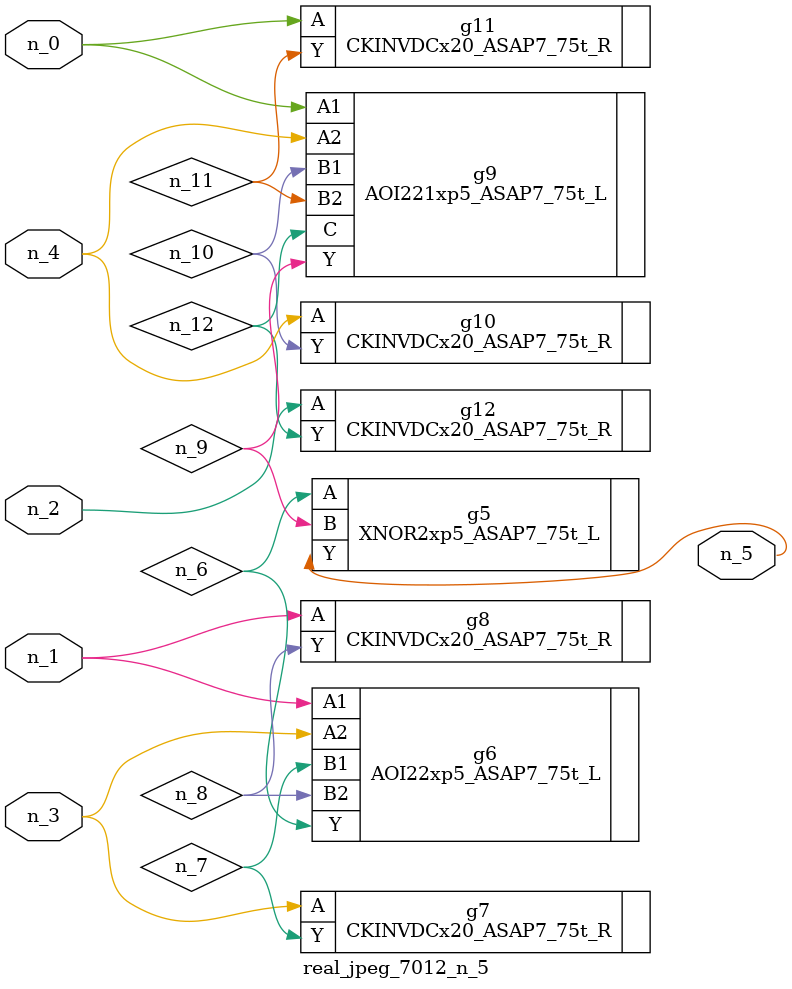
<source format=v>
module real_jpeg_7012_n_5 (n_4, n_0, n_1, n_2, n_3, n_5);

input n_4;
input n_0;
input n_1;
input n_2;
input n_3;

output n_5;

wire n_12;
wire n_8;
wire n_11;
wire n_6;
wire n_7;
wire n_10;
wire n_9;

AOI221xp5_ASAP7_75t_L g9 ( 
.A1(n_0),
.A2(n_4),
.B1(n_10),
.B2(n_11),
.C(n_12),
.Y(n_9)
);

CKINVDCx20_ASAP7_75t_R g11 ( 
.A(n_0),
.Y(n_11)
);

AOI22xp5_ASAP7_75t_L g6 ( 
.A1(n_1),
.A2(n_3),
.B1(n_7),
.B2(n_8),
.Y(n_6)
);

CKINVDCx20_ASAP7_75t_R g8 ( 
.A(n_1),
.Y(n_8)
);

CKINVDCx20_ASAP7_75t_R g12 ( 
.A(n_2),
.Y(n_12)
);

CKINVDCx20_ASAP7_75t_R g7 ( 
.A(n_3),
.Y(n_7)
);

CKINVDCx20_ASAP7_75t_R g10 ( 
.A(n_4),
.Y(n_10)
);

XNOR2xp5_ASAP7_75t_L g5 ( 
.A(n_6),
.B(n_9),
.Y(n_5)
);


endmodule
</source>
